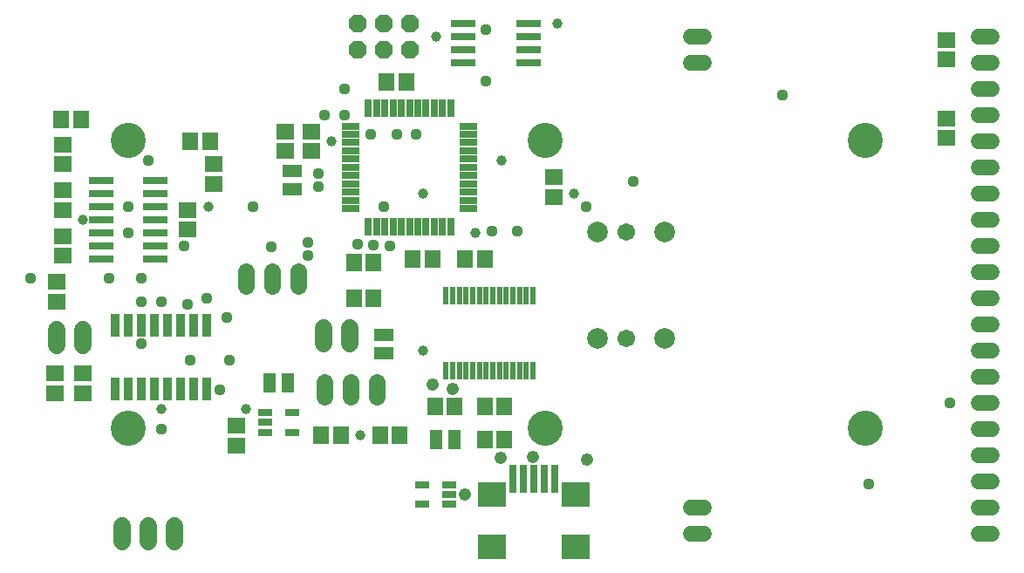
<source format=gts>
G75*
%MOIN*%
%OFA0B0*%
%FSLAX24Y24*%
%IPPOS*%
%LPD*%
%AMOC8*
5,1,8,0,0,1.08239X$1,22.5*
%
%ADD10C,0.1340*%
%ADD11R,0.0297X0.0690*%
%ADD12R,0.0690X0.0297*%
%ADD13R,0.0592X0.0671*%
%ADD14R,0.0671X0.0592*%
%ADD15R,0.0781X0.0482*%
%ADD16OC8,0.0680*%
%ADD17R,0.0946X0.0316*%
%ADD18R,0.0340X0.0880*%
%ADD19R,0.0237X0.0671*%
%ADD20C,0.0595*%
%ADD21C,0.0674*%
%ADD22C,0.0789*%
%ADD23R,0.0552X0.0297*%
%ADD24C,0.0680*%
%ADD25R,0.0482X0.0781*%
%ADD26C,0.0640*%
%ADD27R,0.0946X0.0277*%
%ADD28R,0.0276X0.1060*%
%ADD29R,0.1060X0.0950*%
%ADD30C,0.0390*%
%ADD31C,0.0476*%
%ADD32C,0.0440*%
D10*
X004355Y005950D03*
X020300Y005950D03*
X032505Y005950D03*
X032505Y016974D03*
X020300Y016974D03*
X004355Y016974D03*
D11*
X013530Y018199D03*
X013845Y018199D03*
X014160Y018199D03*
X014475Y018199D03*
X014790Y018199D03*
X015105Y018199D03*
X015420Y018199D03*
X015735Y018199D03*
X016050Y018199D03*
X016365Y018199D03*
X016680Y018199D03*
X016680Y013671D03*
X016365Y013671D03*
X016050Y013671D03*
X015735Y013671D03*
X015420Y013671D03*
X015105Y013671D03*
X014790Y013671D03*
X014475Y013671D03*
X014160Y013671D03*
X013845Y013671D03*
X013530Y013671D03*
D12*
X012841Y014360D03*
X012841Y014675D03*
X012841Y014990D03*
X012841Y015305D03*
X012841Y015620D03*
X012841Y015935D03*
X012841Y016250D03*
X012841Y016565D03*
X012841Y016880D03*
X012841Y017195D03*
X012841Y017510D03*
X017369Y017510D03*
X017369Y017195D03*
X017369Y016880D03*
X017369Y016565D03*
X017369Y016250D03*
X017369Y015935D03*
X017369Y015620D03*
X017369Y015305D03*
X017369Y014990D03*
X017369Y014675D03*
X017369Y014360D03*
D13*
X017231Y012435D03*
X017979Y012435D03*
X015979Y012435D03*
X015231Y012435D03*
X013729Y012310D03*
X012981Y012310D03*
X012981Y010935D03*
X013729Y010935D03*
X016081Y006785D03*
X016829Y006785D03*
X017981Y006785D03*
X018729Y006785D03*
X018729Y005535D03*
X017981Y005535D03*
X014729Y005685D03*
X013981Y005685D03*
X012479Y005685D03*
X011731Y005685D03*
X007479Y016935D03*
X006731Y016935D03*
X002537Y017757D03*
X001789Y017757D03*
X014231Y019185D03*
X014979Y019185D03*
D14*
X011355Y017309D03*
X010355Y017309D03*
X010355Y016561D03*
X011355Y016561D03*
X007605Y016059D03*
X007605Y015311D03*
X006605Y014309D03*
X006605Y013561D03*
X001855Y013309D03*
X001855Y012561D03*
X001605Y011559D03*
X001605Y010811D03*
X001555Y008059D03*
X002605Y008059D03*
X002605Y007311D03*
X001555Y007311D03*
X008480Y006059D03*
X008480Y005311D03*
X001855Y014311D03*
X001855Y015059D03*
X001855Y016061D03*
X001855Y016809D03*
X020635Y015549D03*
X020635Y014801D03*
X035605Y017061D03*
X035605Y017809D03*
X035605Y020061D03*
X035605Y020809D03*
D15*
X014105Y009535D03*
X014105Y008835D03*
X010605Y015085D03*
X010605Y015785D03*
D16*
X013105Y020435D03*
X014105Y020435D03*
X015105Y020435D03*
X015105Y021435D03*
X014105Y021435D03*
X013105Y021435D03*
D17*
X005379Y015435D03*
X005379Y014935D03*
X005379Y014435D03*
X005379Y013935D03*
X005379Y013435D03*
X005379Y012935D03*
X005379Y012435D03*
X003331Y012435D03*
X003331Y012935D03*
X003331Y013435D03*
X003331Y013935D03*
X003331Y014435D03*
X003331Y014935D03*
X003331Y015435D03*
D18*
X003855Y009895D03*
X004355Y009895D03*
X004855Y009895D03*
X005355Y009895D03*
X005855Y009895D03*
X006355Y009895D03*
X006855Y009895D03*
X007355Y009895D03*
X007355Y007475D03*
X006855Y007475D03*
X006355Y007475D03*
X005855Y007475D03*
X005355Y007475D03*
X004855Y007475D03*
X004355Y007475D03*
X003855Y007475D03*
D19*
X016492Y008158D03*
X016748Y008158D03*
X017003Y008158D03*
X017259Y008158D03*
X017515Y008158D03*
X017771Y008158D03*
X018027Y008158D03*
X018283Y008158D03*
X018539Y008158D03*
X018795Y008158D03*
X019051Y008158D03*
X019307Y008158D03*
X019562Y008158D03*
X019818Y008158D03*
X019818Y011012D03*
X019562Y011012D03*
X019307Y011012D03*
X019051Y011012D03*
X018795Y011012D03*
X018539Y011012D03*
X018283Y011012D03*
X018027Y011012D03*
X017771Y011012D03*
X017515Y011012D03*
X017259Y011012D03*
X017003Y011012D03*
X016748Y011012D03*
X016492Y011012D03*
D20*
X025848Y002936D02*
X026363Y002936D01*
X026363Y001936D02*
X025848Y001936D01*
X036848Y001936D02*
X037363Y001936D01*
X037363Y002936D02*
X036848Y002936D01*
X036848Y003936D02*
X037363Y003936D01*
X037363Y004936D02*
X036848Y004936D01*
X036848Y005936D02*
X037363Y005936D01*
X037363Y006936D02*
X036848Y006936D01*
X036848Y007936D02*
X037363Y007936D01*
X037363Y008936D02*
X036848Y008936D01*
X036848Y009936D02*
X037363Y009936D01*
X037363Y010936D02*
X036848Y010936D01*
X036848Y011936D02*
X037363Y011936D01*
X037363Y012936D02*
X036848Y012936D01*
X036848Y013936D02*
X037363Y013936D01*
X037363Y014936D02*
X036848Y014936D01*
X036848Y015936D02*
X037363Y015936D01*
X037363Y016936D02*
X036848Y016936D01*
X036848Y017936D02*
X037363Y017936D01*
X037363Y018936D02*
X036848Y018936D01*
X036848Y019936D02*
X037363Y019936D01*
X037363Y020936D02*
X036848Y020936D01*
X026363Y020936D02*
X025848Y020936D01*
X025848Y019936D02*
X026363Y019936D01*
D21*
X023380Y013463D03*
X023380Y009407D03*
D22*
X022278Y009407D03*
X024837Y009407D03*
X024837Y013463D03*
X022278Y013463D03*
D23*
X010617Y006559D03*
X009593Y006559D03*
X009593Y006185D03*
X009593Y005811D03*
X010617Y005811D03*
X015593Y003809D03*
X015593Y003061D03*
X016617Y003061D03*
X016617Y003435D03*
X016617Y003809D03*
D24*
X004105Y002235D02*
X004105Y001635D01*
X005105Y001635D02*
X005105Y002235D01*
X006105Y002235D02*
X006105Y001635D01*
X002605Y009135D02*
X002605Y009735D01*
X001605Y009735D02*
X001605Y009135D01*
X011831Y009182D02*
X011831Y009782D01*
X012831Y009782D02*
X012831Y009182D01*
D25*
X010455Y007685D03*
X009755Y007685D03*
X016105Y005535D03*
X016805Y005535D03*
D26*
X013855Y007155D02*
X013855Y007715D01*
X012855Y007715D02*
X012855Y007155D01*
X011855Y007155D02*
X011855Y007715D01*
X010855Y011405D02*
X010855Y011965D01*
X009855Y011965D02*
X009855Y011405D01*
X008855Y011405D02*
X008855Y011965D01*
D27*
X017163Y019935D03*
X017163Y020435D03*
X017163Y020935D03*
X017163Y021435D03*
X019647Y021431D03*
X019647Y020931D03*
X019647Y020431D03*
X019647Y019935D03*
D28*
X019840Y004025D03*
X019440Y004025D03*
X019040Y004025D03*
X020240Y004025D03*
X020640Y004025D03*
D29*
X021440Y003425D03*
X021440Y001425D03*
X018240Y001425D03*
X018240Y003425D03*
D30*
X013230Y005685D03*
X008855Y006685D03*
X005605Y006685D03*
X015605Y008935D03*
X017605Y013435D03*
X015605Y014935D03*
X018605Y016185D03*
X021380Y014935D03*
X012105Y016935D03*
X007418Y014435D03*
X002605Y013935D03*
X016105Y020935D03*
X020755Y021435D03*
D31*
X015995Y007615D03*
X016745Y007465D03*
X018585Y004825D03*
X019825Y004875D03*
X021895Y004755D03*
X017235Y003435D03*
D32*
X008230Y008560D03*
X006730Y008560D03*
X007855Y007435D03*
X005605Y005935D03*
X004855Y009185D03*
X006605Y010685D03*
X007355Y010935D03*
X008105Y010185D03*
X005605Y010810D03*
X004855Y010810D03*
X004855Y011685D03*
X003605Y011685D03*
X004355Y013435D03*
X004355Y014435D03*
X006480Y012935D03*
X009105Y014435D03*
X011230Y013060D03*
X011230Y012560D03*
X009805Y012885D03*
X013105Y012998D03*
X013705Y012972D03*
X014355Y012935D03*
X014105Y014435D03*
X011605Y015185D03*
X011605Y015685D03*
X013605Y017185D03*
X014605Y017185D03*
X015355Y017185D03*
X012605Y017935D03*
X011855Y017935D03*
X012605Y018935D03*
X018005Y019235D03*
X018005Y021185D03*
X023655Y015385D03*
X021868Y014435D03*
X019205Y013485D03*
X018255Y013485D03*
X029355Y018685D03*
X035755Y006935D03*
X032655Y003835D03*
X005105Y016185D03*
X000605Y011685D03*
M02*

</source>
